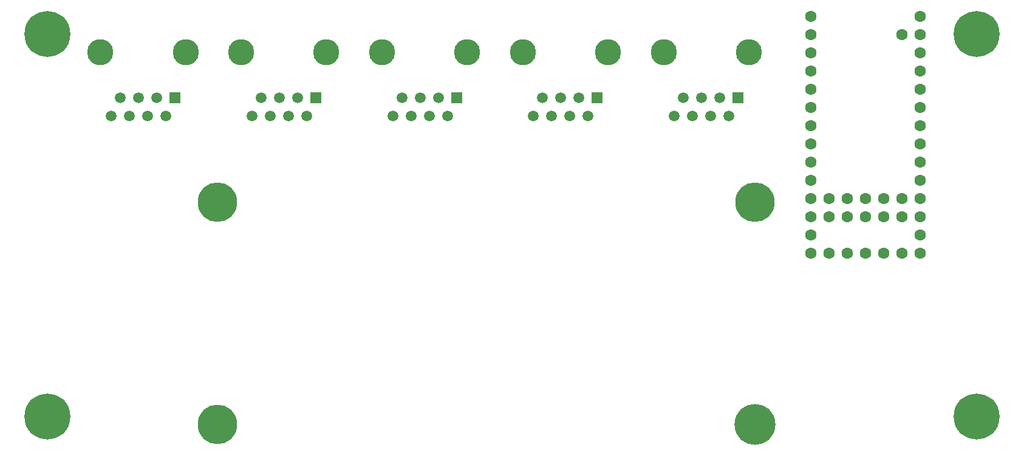
<source format=gbr>
%TF.GenerationSoftware,KiCad,Pcbnew,(5.1.8)-1*%
%TF.CreationDate,2022-08-22T14:52:20-04:00*%
%TF.ProjectId,SerialParser,53657269-616c-4506-9172-7365722e6b69,rev?*%
%TF.SameCoordinates,Original*%
%TF.FileFunction,Soldermask,Bot*%
%TF.FilePolarity,Negative*%
%FSLAX46Y46*%
G04 Gerber Fmt 4.6, Leading zero omitted, Abs format (unit mm)*
G04 Created by KiCad (PCBNEW (5.1.8)-1) date 2022-08-22 14:52:20*
%MOMM*%
%LPD*%
G01*
G04 APERTURE LIST*
%ADD10C,5.700000*%
%ADD11C,1.600000*%
%ADD12C,5.500000*%
%ADD13C,3.650000*%
%ADD14R,1.500000X1.500000*%
%ADD15C,1.500000*%
%ADD16C,6.400000*%
%ADD17C,0.800000*%
G04 APERTURE END LIST*
D10*
%TO.C,H8*%
X200279000Y-134493000D03*
%TD*%
D11*
%TO.C,U1*%
X210566000Y-102997000D03*
X210566000Y-105537000D03*
X213106000Y-102997000D03*
X213106000Y-105537000D03*
X215646000Y-102997000D03*
X215646000Y-105537000D03*
X218186000Y-102997000D03*
X218186000Y-105537000D03*
X220726000Y-102997000D03*
X220726000Y-105537000D03*
X208026000Y-77597000D03*
X208026000Y-80137000D03*
X208026000Y-82677000D03*
X208026000Y-85217000D03*
X208026000Y-87757000D03*
X208026000Y-90297000D03*
X208026000Y-92837000D03*
X208026000Y-95377000D03*
X208026000Y-97917000D03*
X208026000Y-100457000D03*
X208026000Y-102997000D03*
X208026000Y-105537000D03*
X208026000Y-108077000D03*
X220726000Y-80137000D03*
X223266000Y-77597000D03*
X223266000Y-80137000D03*
X223266000Y-82677000D03*
X223266000Y-85217000D03*
X223266000Y-87757000D03*
X223266000Y-90297000D03*
X223266000Y-92837000D03*
X223266000Y-95377000D03*
X223266000Y-97917000D03*
X223266000Y-100457000D03*
X223266000Y-102997000D03*
X223266000Y-105537000D03*
X223266000Y-108077000D03*
X208026000Y-110617000D03*
X210566000Y-110617000D03*
X213106000Y-110617000D03*
X223266000Y-110617000D03*
X220726000Y-110617000D03*
X218186000Y-110617000D03*
X215646000Y-110617000D03*
%TD*%
D12*
%TO.C,H7*%
X125349000Y-134493000D03*
%TD*%
%TO.C,H6*%
X200279000Y-103505000D03*
%TD*%
%TO.C,H5*%
X125349000Y-103505000D03*
%TD*%
D13*
%TO.C,J1*%
X109000000Y-82550000D03*
X120870000Y-82550000D03*
D14*
X119380000Y-88900000D03*
D15*
X118110000Y-91440000D03*
X116840000Y-88900000D03*
X115570000Y-91440000D03*
X114300000Y-88900000D03*
X113030000Y-91440000D03*
X111760000Y-88900000D03*
X110490000Y-91440000D03*
%TD*%
D16*
%TO.C,H4*%
X231140000Y-133350000D03*
D17*
X233540000Y-133350000D03*
X232837056Y-135047056D03*
X231140000Y-135750000D03*
X229442944Y-135047056D03*
X228740000Y-133350000D03*
X229442944Y-131652944D03*
X231140000Y-130950000D03*
X232837056Y-131652944D03*
%TD*%
D16*
%TO.C,H3*%
X101600000Y-133350000D03*
D17*
X104000000Y-133350000D03*
X103297056Y-135047056D03*
X101600000Y-135750000D03*
X99902944Y-135047056D03*
X99200000Y-133350000D03*
X99902944Y-131652944D03*
X101600000Y-130950000D03*
X103297056Y-131652944D03*
%TD*%
D16*
%TO.C,H2*%
X231140000Y-80010000D03*
D17*
X233540000Y-80010000D03*
X232837056Y-81707056D03*
X231140000Y-82410000D03*
X229442944Y-81707056D03*
X228740000Y-80010000D03*
X229442944Y-78312944D03*
X231140000Y-77610000D03*
X232837056Y-78312944D03*
%TD*%
D16*
%TO.C,H1*%
X101600000Y-80010000D03*
D17*
X104000000Y-80010000D03*
X103297056Y-81707056D03*
X101600000Y-82410000D03*
X99902944Y-81707056D03*
X99200000Y-80010000D03*
X99902944Y-78312944D03*
X101600000Y-77610000D03*
X103297056Y-78312944D03*
%TD*%
D13*
%TO.C,J5*%
X187520000Y-82550000D03*
X199390000Y-82550000D03*
D14*
X197900000Y-88900000D03*
D15*
X196630000Y-91440000D03*
X195360000Y-88900000D03*
X194090000Y-91440000D03*
X192820000Y-88900000D03*
X191550000Y-91440000D03*
X190280000Y-88900000D03*
X189010000Y-91440000D03*
%TD*%
D13*
%TO.C,J4*%
X167890000Y-82550000D03*
X179760000Y-82550000D03*
D14*
X178270000Y-88900000D03*
D15*
X177000000Y-91440000D03*
X175730000Y-88900000D03*
X174460000Y-91440000D03*
X173190000Y-88900000D03*
X171920000Y-91440000D03*
X170650000Y-88900000D03*
X169380000Y-91440000D03*
%TD*%
D13*
%TO.C,J3*%
X148260000Y-82550000D03*
X160130000Y-82550000D03*
D14*
X158640000Y-88900000D03*
D15*
X157370000Y-91440000D03*
X156100000Y-88900000D03*
X154830000Y-91440000D03*
X153560000Y-88900000D03*
X152290000Y-91440000D03*
X151020000Y-88900000D03*
X149750000Y-91440000D03*
%TD*%
D13*
%TO.C,J2*%
X128630000Y-82550000D03*
X140500000Y-82550000D03*
D14*
X139010000Y-88900000D03*
D15*
X137740000Y-91440000D03*
X136470000Y-88900000D03*
X135200000Y-91440000D03*
X133930000Y-88900000D03*
X132660000Y-91440000D03*
X131390000Y-88900000D03*
X130120000Y-91440000D03*
%TD*%
M02*

</source>
